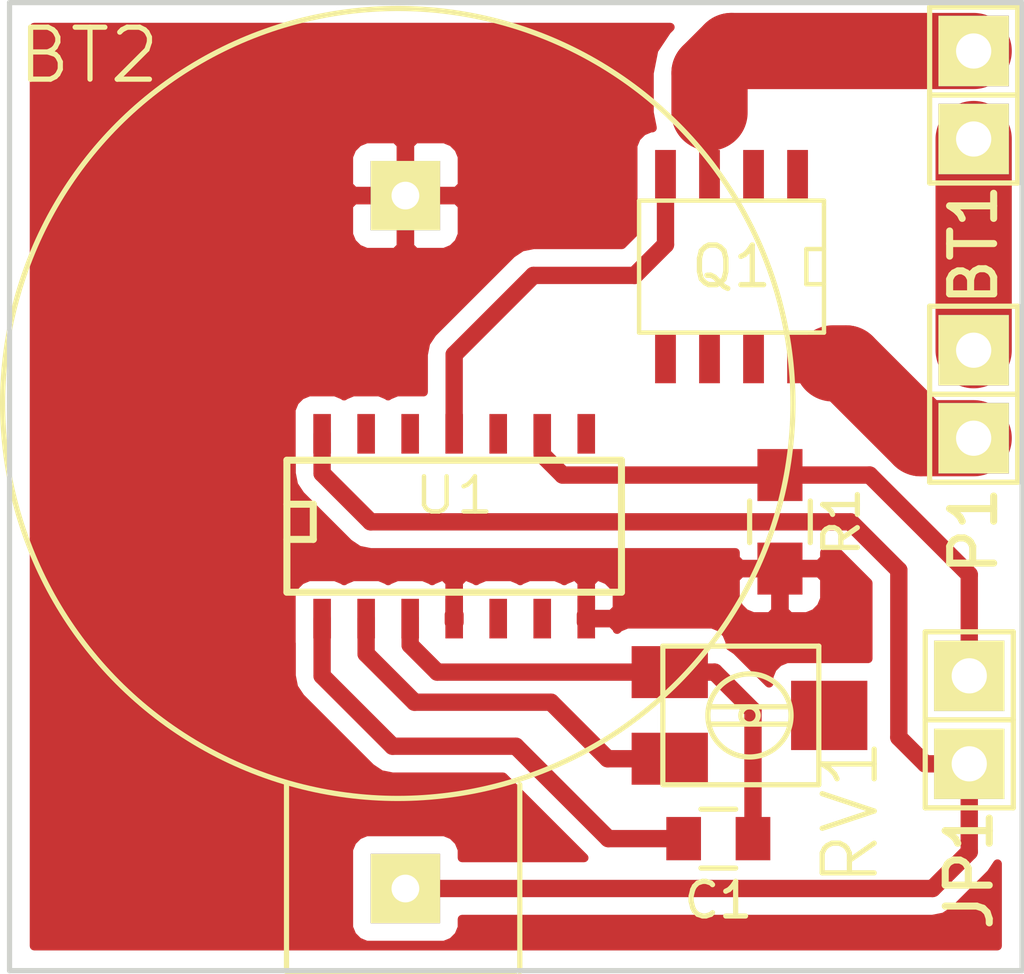
<source format=kicad_pcb>
(kicad_pcb (version 4) (host pcbnew "(2014-09-18 BZR 5141)-product")

  (general
    (links 15)
    (no_connects 0)
    (area 172.190999 79.680999 207.026934 108.309001)
    (thickness 1.6)
    (drawings 4)
    (tracks 47)
    (zones 0)
    (modules 9)
    (nets 11)
  )

  (page A4)
  (layers
    (0 F.Cu signal)
    (31 B.Cu signal)
    (32 B.Adhes user)
    (33 F.Adhes user)
    (34 B.Paste user)
    (35 F.Paste user)
    (36 B.SilkS user)
    (37 F.SilkS user)
    (38 B.Mask user)
    (39 F.Mask user)
    (40 Dwgs.User user)
    (41 Cmts.User user)
    (42 Eco1.User user)
    (43 Eco2.User user)
    (44 Edge.Cuts user)
    (45 Margin user)
    (46 B.CrtYd user)
    (47 F.CrtYd user)
    (48 B.Fab user)
    (49 F.Fab user)
  )

  (setup
    (last_trace_width 2.2)
    (user_trace_width 0.3)
    (user_trace_width 0.5)
    (user_trace_width 2.2)
    (trace_clearance 0.254)
    (zone_clearance 0.508)
    (zone_45_only no)
    (trace_min 0.254)
    (segment_width 0.2)
    (edge_width 0.15)
    (via_size 0.889)
    (via_drill 0.635)
    (via_min_size 0.889)
    (via_min_drill 0.508)
    (uvia_size 0.508)
    (uvia_drill 0.127)
    (uvias_allowed no)
    (uvia_min_size 0.508)
    (uvia_min_drill 0.127)
    (pcb_text_width 0.3)
    (pcb_text_size 1.5 1.5)
    (mod_edge_width 0.15)
    (mod_text_size 1.5 1.5)
    (mod_text_width 0.15)
    (pad_size 2.032 2.032)
    (pad_drill 1.016)
    (pad_to_mask_clearance 0.2)
    (aux_axis_origin 0 0)
    (visible_elements FFFFFF7F)
    (pcbplotparams
      (layerselection 0x01020_00000001)
      (usegerberextensions false)
      (excludeedgelayer true)
      (linewidth 0.100000)
      (plotframeref false)
      (viasonmask false)
      (mode 1)
      (useauxorigin false)
      (hpglpennumber 1)
      (hpglpenspeed 20)
      (hpglpendiameter 15)
      (hpglpenoverlay 2)
      (psnegative false)
      (psa4output false)
      (plotreference true)
      (plotvalue true)
      (plotinvisibletext false)
      (padsonsilk false)
      (subtractmaskfromsilk false)
      (outputformat 1)
      (mirror false)
      (drillshape 0)
      (scaleselection 1)
      (outputdirectory PCB/))
  )

  (net 0 "")
  (net 1 "Net-(BT1-Pad1)")
  (net 2 "Net-(BT1-Pad2)")
  (net 3 GND)
  (net 4 VCC)
  (net 5 "Net-(C1-Pad1)")
  (net 6 "Net-(C1-Pad2)")
  (net 7 "Net-(JP1-Pad2)")
  (net 8 "Net-(P1-Pad2)")
  (net 9 "Net-(Q1-Pad4)")
  (net 10 "Net-(RV1-Pad3)")

  (net_class Default "This is the default net class."
    (clearance 0.254)
    (trace_width 0.254)
    (via_dia 0.889)
    (via_drill 0.635)
    (uvia_dia 0.508)
    (uvia_drill 0.127)
    (add_net GND)
    (add_net "Net-(BT1-Pad1)")
    (add_net "Net-(BT1-Pad2)")
    (add_net "Net-(C1-Pad1)")
    (add_net "Net-(C1-Pad2)")
    (add_net "Net-(JP1-Pad2)")
    (add_net "Net-(P1-Pad2)")
    (add_net "Net-(Q1-Pad4)")
    (add_net "Net-(RV1-Pad3)")
    (add_net VCC)
  )

  (module Pin_Headers:Pin_Header_Straight_1x02 (layer F.Cu) (tedit 541C74F4) (tstamp 541C183A)
    (at 200.533 91.313 270)
    (descr "Through hole pin header")
    (tags "pin header")
    (path /5415E7CD)
    (fp_text reference P1 (at 3.937 0 270) (layer F.SilkS)
      (effects (font (size 1.27 1.27) (thickness 0.2032)))
    )
    (fp_text value CONN_01X02 (at 0 0 270) (layer F.SilkS) hide
      (effects (font (size 1.27 1.27) (thickness 0.2032)))
    )
    (fp_line (start 0 -1.27) (end 0 1.27) (layer F.SilkS) (width 0.15))
    (fp_line (start -2.54 -1.27) (end -2.54 1.27) (layer F.SilkS) (width 0.15))
    (fp_line (start -2.54 1.27) (end 0 1.27) (layer F.SilkS) (width 0.15))
    (fp_line (start 0 1.27) (end 2.54 1.27) (layer F.SilkS) (width 0.15))
    (fp_line (start 2.54 1.27) (end 2.54 -1.27) (layer F.SilkS) (width 0.15))
    (fp_line (start 2.54 -1.27) (end -2.54 -1.27) (layer F.SilkS) (width 0.15))
    (pad 1 thru_hole rect (at -1.27 0 270) (size 2.032 2.032) (drill 1.016) (layers *.Cu *.Mask F.SilkS)
      (net 1 "Net-(BT1-Pad1)"))
    (pad 2 thru_hole rect (at 1.27 0 270) (size 2.032 2.032) (drill 1.016) (layers *.Cu *.Mask F.SilkS)
      (net 8 "Net-(P1-Pad2)"))
    (model Pin_Headers/Pin_Header_Straight_1x02.wrl
      (at (xyz 0 0 0))
      (scale (xyz 1 1 1))
      (rotate (xyz 0 0 0))
    )
  )

  (module Pin_Headers:Pin_Header_Straight_1x02 (layer F.Cu) (tedit 541C74FF) (tstamp 541C1834)
    (at 200.406 100.711 90)
    (descr "Through hole pin header")
    (tags "pin header")
    (path /541AAD78)
    (fp_text reference JP1 (at -4.318 0 90) (layer F.SilkS)
      (effects (font (size 1.27 1.27) (thickness 0.2032)))
    )
    (fp_text value JUMPER (at 0 0 90) (layer F.SilkS) hide
      (effects (font (size 1.27 1.27) (thickness 0.2032)))
    )
    (fp_line (start 0 -1.27) (end 0 1.27) (layer F.SilkS) (width 0.15))
    (fp_line (start -2.54 -1.27) (end -2.54 1.27) (layer F.SilkS) (width 0.15))
    (fp_line (start -2.54 1.27) (end 0 1.27) (layer F.SilkS) (width 0.15))
    (fp_line (start 0 1.27) (end 2.54 1.27) (layer F.SilkS) (width 0.15))
    (fp_line (start 2.54 1.27) (end 2.54 -1.27) (layer F.SilkS) (width 0.15))
    (fp_line (start 2.54 -1.27) (end -2.54 -1.27) (layer F.SilkS) (width 0.15))
    (pad 1 thru_hole rect (at -1.27 0 90) (size 2.032 2.032) (drill 1.016) (layers *.Cu *.Mask F.SilkS)
      (net 4 VCC))
    (pad 2 thru_hole rect (at 1.27 0 90) (size 2.032 2.032) (drill 1.016) (layers *.Cu *.Mask F.SilkS)
      (net 7 "Net-(JP1-Pad2)"))
    (model Pin_Headers/Pin_Header_Straight_1x02.wrl
      (at (xyz 0 0 0))
      (scale (xyz 1 1 1))
      (rotate (xyz 0 0 0))
    )
  )

  (module Pin_Headers:Pin_Header_Straight_1x02 (layer F.Cu) (tedit 541C74D7) (tstamp 541C1822)
    (at 200.533 82.677 90)
    (descr "Through hole pin header")
    (tags "pin header")
    (path /541C1376)
    (fp_text reference BT1 (at -4.318 0 90) (layer F.SilkS)
      (effects (font (size 1.27 1.27) (thickness 0.2032)))
    )
    (fp_text value 3v7 (at 0 0 90) (layer F.SilkS) hide
      (effects (font (size 1.27 1.27) (thickness 0.2032)))
    )
    (fp_line (start 0 -1.27) (end 0 1.27) (layer F.SilkS) (width 0.15))
    (fp_line (start -2.54 -1.27) (end -2.54 1.27) (layer F.SilkS) (width 0.15))
    (fp_line (start -2.54 1.27) (end 0 1.27) (layer F.SilkS) (width 0.15))
    (fp_line (start 0 1.27) (end 2.54 1.27) (layer F.SilkS) (width 0.15))
    (fp_line (start 2.54 1.27) (end 2.54 -1.27) (layer F.SilkS) (width 0.15))
    (fp_line (start 2.54 -1.27) (end -2.54 -1.27) (layer F.SilkS) (width 0.15))
    (pad 1 thru_hole rect (at -1.27 0 90) (size 2.032 2.032) (drill 1.016) (layers *.Cu *.Mask F.SilkS)
      (net 1 "Net-(BT1-Pad1)"))
    (pad 2 thru_hole rect (at 1.27 0 90) (size 2.032 2.032) (drill 1.016) (layers *.Cu *.Mask F.SilkS)
      (net 2 "Net-(BT1-Pad2)"))
    (model Pin_Headers/Pin_Header_Straight_1x02.wrl
      (at (xyz 0 0 0))
      (scale (xyz 1 1 1))
      (rotate (xyz 0 0 0))
    )
  )

  (module "Coin Cell Holder:Coin_Cell_Holder_CH25-2032LF" (layer F.Cu) (tedit 541C74B4) (tstamp 541C1AE2)
    (at 184.15 91.44)
    (path /5415C7F5)
    (fp_text reference BT2 (at -9.144 -9.906) (layer F.SilkS)
      (effects (font (size 1.5 1.5) (thickness 0.15)))
    )
    (fp_text value 3v (at 0 0) (layer F.SilkS) hide
      (effects (font (size 1.5 1.5) (thickness 0.15)))
    )
    (fp_line (start 3.29 11.14) (end 3.29 16.54) (layer F.SilkS) (width 0.15))
    (fp_line (start 3.16 16.54) (end -3.44 16.54) (layer F.SilkS) (width 0.15))
    (fp_line (start -3.44 16.54) (end -3.44 11.14) (layer F.SilkS) (width 0.15))
    (fp_circle (center -0.23 0.14) (end -0.23 11.54) (layer F.SilkS) (width 0.15))
    (pad 2 thru_hole rect (at -0.01 -5.86) (size 2 2) (drill 0.8) (layers *.Cu *.Mask F.SilkS)
      (net 3 GND))
    (pad 1 thru_hole rect (at -0.01 14.14) (size 2 2) (drill 0.8) (layers *.Cu *.Mask F.SilkS)
      (net 4 VCC))
  )

  (module Capacitors_SMD:C_0805 (layer F.Cu) (tedit 541C7D9E) (tstamp 541C182E)
    (at 193.167 104.14)
    (descr "Capacitor SMD 0805, reflow soldering, AVX (see smccp.pdf), AVX (see smccp.pdf)")
    (tags "capacitor 0805")
    (path /541AA8D3)
    (attr smd)
    (fp_text reference C1 (at 0 1.778) (layer F.SilkS)
      (effects (font (size 1 1) (thickness 0.15)))
    )
    (fp_text value 4u7 (at 0 2.1) (layer F.SilkS) hide
      (effects (font (size 1 1) (thickness 0.15)))
    )
    (fp_line (start 0.5 -0.85) (end -0.5 -0.85) (layer F.SilkS) (width 0.15))
    (fp_line (start -0.5 0.85) (end 0.5 0.85) (layer F.SilkS) (width 0.15))
    (pad 1 smd rect (at -1 0) (size 1 1.25) (layers F.Cu F.Paste F.Mask)
      (net 5 "Net-(C1-Pad1)"))
    (pad 2 smd rect (at 1 0) (size 1 1.25) (layers F.Cu F.Paste F.Mask)
      (net 6 "Net-(C1-Pad2)"))
    (model Capacitors_SMD/C_0805N.wrl
      (at (xyz 0 0 0))
      (scale (xyz 1 1 1))
      (rotate (xyz 0 0 0))
    )
  )

  (module SMD_Packages:SOIC-8-W (layer F.Cu) (tedit 541C7DAC) (tstamp 541C1AB4)
    (at 193.548 87.63 180)
    (descr "module SMD SOIC SOJ 8 pins etroit")
    (tags "CMS SOJ")
    (path /541BE029)
    (attr smd)
    (fp_text reference Q1 (at 0 0 180) (layer F.SilkS)
      (effects (font (size 1.143 1.143) (thickness 0.1524)))
    )
    (fp_text value IRF7413ZPBF (at 0 1.016 180) (layer F.SilkS) hide
      (effects (font (size 0.889 0.889) (thickness 0.1524)))
    )
    (fp_line (start -2.667 1.778) (end -2.667 1.905) (layer F.SilkS) (width 0.127))
    (fp_line (start -2.667 1.905) (end 2.667 1.905) (layer F.SilkS) (width 0.127))
    (fp_line (start 2.667 -1.905) (end -2.667 -1.905) (layer F.SilkS) (width 0.127))
    (fp_line (start -2.667 -1.905) (end -2.667 1.778) (layer F.SilkS) (width 0.127))
    (fp_line (start -2.667 -0.508) (end -2.159 -0.508) (layer F.SilkS) (width 0.127))
    (fp_line (start -2.159 -0.508) (end -2.159 0.508) (layer F.SilkS) (width 0.127))
    (fp_line (start -2.159 0.508) (end -2.667 0.508) (layer F.SilkS) (width 0.127))
    (fp_line (start 2.667 -1.905) (end 2.667 1.905) (layer F.SilkS) (width 0.127))
    (pad 8 smd rect (at -1.905 -2.667 180) (size 0.59944 1.39954) (layers F.Cu F.Paste F.Mask)
      (net 8 "Net-(P1-Pad2)"))
    (pad 1 smd rect (at -1.905 2.667 180) (size 0.59944 1.39954) (layers F.Cu F.Paste F.Mask))
    (pad 7 smd rect (at -0.635 -2.667 180) (size 0.59944 1.39954) (layers F.Cu F.Paste F.Mask))
    (pad 6 smd rect (at 0.635 -2.667 180) (size 0.59944 1.39954) (layers F.Cu F.Paste F.Mask))
    (pad 5 smd rect (at 1.905 -2.667 180) (size 0.59944 1.39954) (layers F.Cu F.Paste F.Mask))
    (pad 2 smd rect (at -0.635 2.667 180) (size 0.59944 1.39954) (layers F.Cu F.Paste F.Mask))
    (pad 3 smd rect (at 0.635 2.667 180) (size 0.59944 1.39954) (layers F.Cu F.Paste F.Mask)
      (net 2 "Net-(BT1-Pad2)"))
    (pad 4 smd rect (at 1.905 2.667 180) (size 0.59944 1.39954) (layers F.Cu F.Paste F.Mask)
      (net 9 "Net-(Q1-Pad4)"))
    (model smd/cms_so8.wrl
      (at (xyz 0 0 0))
      (scale (xyz 0.5 0.32 0.5))
      (rotate (xyz 0 0 0))
    )
  )

  (module Resistors_SMD:R_0805_HandSoldering (layer F.Cu) (tedit 541C1DD6) (tstamp 541C184C)
    (at 194.945 94.996 90)
    (descr "Resistor SMD 0805, hand soldering, Vishay (see dcrcw.pdf)")
    (tags "resistor 0805")
    (path /541AACEC)
    (attr smd)
    (fp_text reference R1 (at 0 1.778 90) (layer F.SilkS)
      (effects (font (size 1 1) (thickness 0.15)))
    )
    (fp_text value 10k (at 0 2.1 90) (layer F.SilkS) hide
      (effects (font (size 1 1) (thickness 0.15)))
    )
    (fp_line (start 0.6 0.875) (end -0.6 0.875) (layer F.SilkS) (width 0.15))
    (fp_line (start -0.6 -0.875) (end 0.6 -0.875) (layer F.SilkS) (width 0.15))
    (pad 1 smd rect (at -1.35 0 90) (size 1.5 1.3) (layers F.Cu F.Paste F.Mask)
      (net 3 GND))
    (pad 2 smd rect (at 1.35 0 90) (size 1.5 1.3) (layers F.Cu F.Paste F.Mask)
      (net 7 "Net-(JP1-Pad2)"))
    (model Resistors_SMD/R_0805.wrl
      (at (xyz 0 0 0))
      (scale (xyz 1 1 1))
      (rotate (xyz 0 0 0))
    )
  )

  (module "Koa Trimmer Smd:Koa_Trimmer_Smd_C" (layer F.Cu) (tedit 541C7CCD) (tstamp 541C1853)
    (at 194.056 100.584 270)
    (path /541AA977)
    (fp_text reference RV1 (at 2.794 -2.921 270) (layer F.SilkS)
      (effects (font (size 1.5 1.5) (thickness 0.15)))
    )
    (fp_text value 1k (at -0.03 5.25 270) (layer F.SilkS) hide
      (effects (font (size 1.5 1.5) (thickness 0.15)))
    )
    (fp_circle (center 0 -0.01) (end -0.2 0.14) (layer F.SilkS) (width 0.15))
    (fp_line (start 0.25 -1.15) (end 0.25 1.1) (layer F.SilkS) (width 0.15))
    (fp_line (start -0.25 1.14) (end -0.25 -1.12) (layer F.SilkS) (width 0.15))
    (fp_circle (center 0 -0.01) (end 0 1.19) (layer F.SilkS) (width 0.15))
    (fp_line (start -2 2.49) (end 2 2.49) (layer F.SilkS) (width 0.15))
    (fp_line (start 2 -2.01) (end -2 -2.01) (layer F.SilkS) (width 0.15))
    (fp_line (start -2 -2.01) (end -2 2.49) (layer F.SilkS) (width 0.15))
    (fp_line (start 2 2.48) (end 2 -2.01) (layer F.SilkS) (width 0.15))
    (pad 1 smd rect (at -1.25 2.29 270) (size 1.5 2.2) (layers F.Cu F.Paste F.Mask)
      (net 6 "Net-(C1-Pad2)"))
    (pad 3 smd rect (at 1.25 2.29 270) (size 1.5 2.2) (layers F.Cu F.Paste F.Mask)
      (net 10 "Net-(RV1-Pad3)"))
    (pad 2 smd rect (at 0 -2.31 270) (size 2 2.2) (layers F.Cu F.Paste F.Mask))
  )

  (module SMD_Packages:SOIC-14_W (layer F.Cu) (tedit 541C74AA) (tstamp 541C19EC)
    (at 185.547 94.996)
    (descr "module CMS SOJ 14 pins etroit")
    (tags "CMS SOJ")
    (path /541AA5A9)
    (attr smd)
    (fp_text reference U1 (at 0 -0.762) (layer F.SilkS)
      (effects (font (size 1.016 1.143) (thickness 0.127)))
    )
    (fp_text value 4047 (at 0 1.016) (layer F.SilkS) hide
      (effects (font (size 1.016 1.016) (thickness 0.127)))
    )
    (fp_line (start -4.826 -1.778) (end 4.826 -1.778) (layer F.SilkS) (width 0.2032))
    (fp_line (start 4.826 -1.778) (end 4.826 2.032) (layer F.SilkS) (width 0.2032))
    (fp_line (start 4.826 2.032) (end -4.826 2.032) (layer F.SilkS) (width 0.2032))
    (fp_line (start -4.826 2.032) (end -4.826 -1.778) (layer F.SilkS) (width 0.2032))
    (fp_line (start -4.826 -0.508) (end -4.064 -0.508) (layer F.SilkS) (width 0.2032))
    (fp_line (start -4.064 -0.508) (end -4.064 0.508) (layer F.SilkS) (width 0.2032))
    (fp_line (start -4.064 0.508) (end -4.826 0.508) (layer F.SilkS) (width 0.2032))
    (pad 1 smd rect (at -3.81 2.794) (size 0.508 1.143) (layers F.Cu F.Paste F.Mask)
      (net 5 "Net-(C1-Pad1)"))
    (pad 2 smd rect (at -2.54 2.794) (size 0.508 1.143) (layers F.Cu F.Paste F.Mask)
      (net 10 "Net-(RV1-Pad3)"))
    (pad 3 smd rect (at -1.27 2.794) (size 0.508 1.143) (layers F.Cu F.Paste F.Mask)
      (net 6 "Net-(C1-Pad2)"))
    (pad 4 smd rect (at 0 2.794) (size 0.508 1.143) (layers F.Cu F.Paste F.Mask)
      (net 3 GND))
    (pad 5 smd rect (at 1.27 2.794) (size 0.508 1.143) (layers F.Cu F.Paste F.Mask))
    (pad 6 smd rect (at 2.54 2.794) (size 0.508 1.143) (layers F.Cu F.Paste F.Mask))
    (pad 7 smd rect (at 3.81 2.794) (size 0.508 1.143) (layers F.Cu F.Paste F.Mask)
      (net 3 GND))
    (pad 8 smd rect (at 3.81 -2.54) (size 0.508 1.143) (layers F.Cu F.Paste F.Mask))
    (pad 9 smd rect (at 2.54 -2.54) (size 0.508 1.143) (layers F.Cu F.Paste F.Mask)
      (net 7 "Net-(JP1-Pad2)"))
    (pad 10 smd rect (at 1.27 -2.54) (size 0.508 1.143) (layers F.Cu F.Paste F.Mask))
    (pad 11 smd rect (at 0 -2.54) (size 0.508 1.143) (layers F.Cu F.Paste F.Mask)
      (net 9 "Net-(Q1-Pad4)"))
    (pad 12 smd rect (at -1.27 -2.54) (size 0.508 1.143) (layers F.Cu F.Paste F.Mask))
    (pad 13 smd rect (at -2.54 -2.54) (size 0.508 1.143) (layers F.Cu F.Paste F.Mask))
    (pad 14 smd rect (at -3.81 -2.54) (size 0.508 1.143) (layers F.Cu F.Paste F.Mask)
      (net 4 VCC))
    (model smd/cms_so14.wrl
      (at (xyz 0 0 0))
      (scale (xyz 0.5 0.3 0.5))
      (rotate (xyz 0 0 0))
    )
  )

  (gr_line (start 201.93 107.95) (end 201.93 80.01) (angle 90) (layer Edge.Cuts) (width 0.15))
  (gr_line (start 172.72 107.95) (end 201.93 107.95) (angle 90) (layer Edge.Cuts) (width 0.15))
  (gr_line (start 172.72 80.01) (end 172.72 107.95) (angle 90) (layer Edge.Cuts) (width 0.15))
  (gr_line (start 201.93 80.01) (end 172.72 80.01) (angle 90) (layer Edge.Cuts) (width 0.15))

  (segment (start 200.533 90.043) (end 200.533 83.947) (width 2.2) (layer F.Cu) (net 1) (status 20))
  (segment (start 200.533 81.407) (end 193.548 81.407) (width 2.2) (layer F.Cu) (net 2) (status 400000))
  (segment (start 192.913 82.042) (end 192.913 83.185) (width 2.2) (layer F.Cu) (net 2) (tstamp 541C802D))
  (segment (start 193.548 81.407) (end 192.913 82.042) (width 2.2) (layer F.Cu) (net 2) (tstamp 541C802A))
  (segment (start 192.913 84.963) (end 192.913 83.693) (width 0.5) (layer F.Cu) (net 2))
  (segment (start 181.737 92.456) (end 181.737 93.599) (width 0.5) (layer F.Cu) (net 4))
  (segment (start 199.136 101.981) (end 200.406 101.981) (width 0.5) (layer F.Cu) (net 4) (tstamp 541C7848))
  (segment (start 198.374 101.219) (end 199.136 101.981) (width 0.5) (layer F.Cu) (net 4) (tstamp 541C7844))
  (segment (start 198.374 96.393) (end 198.374 101.219) (width 0.5) (layer F.Cu) (net 4) (tstamp 541C783C))
  (segment (start 196.977 94.996) (end 198.374 96.393) (width 0.5) (layer F.Cu) (net 4) (tstamp 541C7839))
  (segment (start 183.134 94.996) (end 196.977 94.996) (width 0.5) (layer F.Cu) (net 4) (tstamp 541C782F))
  (segment (start 181.737 93.599) (end 183.134 94.996) (width 0.5) (layer F.Cu) (net 4) (tstamp 541C782C))
  (segment (start 184.14 105.58) (end 199.347 105.58) (width 0.5) (layer F.Cu) (net 4))
  (segment (start 200.406 104.521) (end 200.406 101.981) (width 0.5) (layer F.Cu) (net 4) (tstamp 541C7591))
  (segment (start 199.347 105.58) (end 200.406 104.521) (width 0.5) (layer F.Cu) (net 4) (tstamp 541C758D))
  (segment (start 181.737 99.441) (end 183.769 101.473) (width 0.5) (layer F.Cu) (net 5) (tstamp 541C2195))
  (segment (start 183.769 101.473) (end 187.325 101.473) (width 0.5) (layer F.Cu) (net 5) (tstamp 541C2196))
  (segment (start 187.325 101.473) (end 189.992 104.14) (width 0.5) (layer F.Cu) (net 5) (tstamp 541C2199))
  (segment (start 189.992 104.14) (end 192.167 104.14) (width 0.5) (layer F.Cu) (net 5) (tstamp 541C219A))
  (segment (start 181.737 97.79) (end 181.737 99.441) (width 0.5) (layer F.Cu) (net 5))
  (segment (start 184.277 98.552) (end 185.059 99.334) (width 0.5) (layer F.Cu) (net 6) (tstamp 541C20F9))
  (segment (start 185.059 99.334) (end 191.766 99.334) (width 0.5) (layer F.Cu) (net 6) (tstamp 541C20FB))
  (segment (start 184.277 97.79) (end 184.277 98.552) (width 0.5) (layer F.Cu) (net 6))
  (segment (start 194.167 100.441) (end 193.06 99.334) (width 0.5) (layer F.Cu) (net 6) (tstamp 541C21A0))
  (segment (start 193.06 99.334) (end 191.766 99.334) (width 0.5) (layer F.Cu) (net 6) (tstamp 541C21A2))
  (segment (start 194.167 104.14) (end 194.167 100.441) (width 0.5) (layer F.Cu) (net 6))
  (segment (start 194.945 93.646) (end 197.532 93.646) (width 0.5) (layer F.Cu) (net 7))
  (segment (start 200.406 96.52) (end 200.406 99.441) (width 0.5) (layer F.Cu) (net 7) (tstamp 541C7615))
  (segment (start 197.532 93.646) (end 200.406 96.52) (width 0.5) (layer F.Cu) (net 7) (tstamp 541C760D))
  (segment (start 194.945 93.646) (end 188.675 93.646) (width 0.5) (layer F.Cu) (net 7))
  (segment (start 188.087 93.058) (end 188.087 92.456) (width 0.5) (layer F.Cu) (net 7) (tstamp 541C759E))
  (segment (start 188.675 93.646) (end 188.087 93.058) (width 0.5) (layer F.Cu) (net 7) (tstamp 541C7599))
  (segment (start 195.279 93.98) (end 194.945 93.646) (width 0.5) (layer F.Cu) (net 7) (tstamp 541C23A3))
  (segment (start 200.533 92.583) (end 199.009 92.583) (width 2.2) (layer F.Cu) (net 8) (status 10))
  (segment (start 196.85 90.424) (end 196.469 90.424) (width 2.2) (layer F.Cu) (net 8) (tstamp 541C78E7))
  (segment (start 199.009 92.583) (end 196.85 90.424) (width 2.2) (layer F.Cu) (net 8) (tstamp 541C78E4))
  (segment (start 195.453 90.297) (end 196.088 90.297) (width 0.5) (layer F.Cu) (net 8))
  (segment (start 185.547 92.456) (end 185.547 90.17) (width 0.5) (layer F.Cu) (net 9))
  (segment (start 191.643 86.995) (end 191.643 84.963) (width 0.5) (layer F.Cu) (net 9) (tstamp 541C7579))
  (segment (start 190.754 87.884) (end 191.643 86.995) (width 0.5) (layer F.Cu) (net 9) (tstamp 541C7576))
  (segment (start 187.833 87.884) (end 190.754 87.884) (width 0.5) (layer F.Cu) (net 9) (tstamp 541C7573))
  (segment (start 185.547 90.17) (end 187.833 87.884) (width 0.5) (layer F.Cu) (net 9) (tstamp 541C7571))
  (segment (start 183.007 98.806) (end 184.404 100.203) (width 0.5) (layer F.Cu) (net 10) (tstamp 541C20F1))
  (segment (start 184.404 100.203) (end 188.341 100.203) (width 0.5) (layer F.Cu) (net 10) (tstamp 541C20F2))
  (segment (start 188.341 100.203) (end 189.972 101.834) (width 0.5) (layer F.Cu) (net 10) (tstamp 541C20F4))
  (segment (start 189.972 101.834) (end 191.766 101.834) (width 0.5) (layer F.Cu) (net 10) (tstamp 541C20F6))
  (segment (start 183.007 97.79) (end 183.007 98.806) (width 0.5) (layer F.Cu) (net 10))

  (zone (net 3) (net_name GND) (layer F.Cu) (tstamp 541C755C) (hatch edge 0.508)
    (connect_pads (clearance 0.508))
    (min_thickness 0.254)
    (fill yes (arc_segments 16) (thermal_gap 0.508) (thermal_bridge_width 0.508))
    (polygon
      (pts
        (xy 173.228 80.518) (xy 173.228 107.442) (xy 201.422 107.442) (xy 201.422 80.518) (xy 198.12 80.518)
      )
    )
    (filled_polygon
      (pts
        (xy 201.22 107.24) (xy 173.43 107.24) (xy 173.43 80.72) (xy 191.781339 80.72) (xy 191.68617 80.81517)
        (xy 191.310069 81.378044) (xy 191.178 82.042) (xy 191.178 83.185) (xy 191.266163 83.62823) (xy 191.216971 83.62823)
        (xy 190.983582 83.724903) (xy 190.804953 83.903531) (xy 190.70828 84.13692) (xy 190.70828 84.389539) (xy 190.70828 85.789079)
        (xy 190.758 85.909113) (xy 190.758 86.62842) (xy 190.38742 86.999) (xy 187.833005 86.999) (xy 187.833 86.998999)
        (xy 187.494325 87.066367) (xy 187.20721 87.25821) (xy 187.207207 87.258213) (xy 185.775 88.69042) (xy 185.775 86.70631)
        (xy 185.775 86.453691) (xy 185.775 85.86575) (xy 185.775 85.29425) (xy 185.775 84.706309) (xy 185.775 84.45369)
        (xy 185.678327 84.220301) (xy 185.499698 84.041673) (xy 185.266309 83.945) (xy 184.42575 83.945) (xy 184.267 84.10375)
        (xy 184.267 85.453) (xy 185.61625 85.453) (xy 185.775 85.29425) (xy 185.775 85.86575) (xy 185.61625 85.707)
        (xy 184.267 85.707) (xy 184.267 87.05625) (xy 184.42575 87.215) (xy 185.266309 87.215) (xy 185.499698 87.118327)
        (xy 185.678327 86.939699) (xy 185.775 86.70631) (xy 185.775 88.69042) (xy 184.92121 89.54421) (xy 184.729367 89.831325)
        (xy 184.718189 89.887515) (xy 184.661999 90.17) (xy 184.662 90.170005) (xy 184.662 91.251442) (xy 184.65731 91.2495)
        (xy 184.404691 91.2495) (xy 184.013 91.2495) (xy 184.013 87.05625) (xy 184.013 85.707) (xy 184.013 85.453)
        (xy 184.013 84.10375) (xy 183.85425 83.945) (xy 183.013691 83.945) (xy 182.780302 84.041673) (xy 182.601673 84.220301)
        (xy 182.505 84.45369) (xy 182.505 84.706309) (xy 182.505 85.29425) (xy 182.66375 85.453) (xy 184.013 85.453)
        (xy 184.013 85.707) (xy 182.66375 85.707) (xy 182.505 85.86575) (xy 182.505 86.453691) (xy 182.505 86.70631)
        (xy 182.601673 86.939699) (xy 182.780302 87.118327) (xy 183.013691 87.215) (xy 183.85425 87.215) (xy 184.013 87.05625)
        (xy 184.013 91.2495) (xy 183.896691 91.2495) (xy 183.663302 91.346173) (xy 183.642 91.367474) (xy 183.620699 91.346173)
        (xy 183.38731 91.2495) (xy 183.134691 91.2495) (xy 182.626691 91.2495) (xy 182.393302 91.346173) (xy 182.372 91.367474)
        (xy 182.350699 91.346173) (xy 182.11731 91.2495) (xy 181.864691 91.2495) (xy 181.356691 91.2495) (xy 181.123302 91.346173)
        (xy 180.944673 91.524801) (xy 180.848 91.75819) (xy 180.848 92.010809) (xy 180.848 93.153809) (xy 180.852 93.163465)
        (xy 180.852 93.598994) (xy 180.851999 93.599) (xy 180.908189 93.881484) (xy 180.919367 93.937675) (xy 181.11121 94.22479)
        (xy 182.508207 95.621786) (xy 182.50821 95.62179) (xy 182.795325 95.813633) (xy 183.134 95.881) (xy 193.66 95.881)
        (xy 193.66 96.06025) (xy 193.81875 96.219) (xy 194.818 96.219) (xy 194.818 96.199) (xy 195.072 96.199)
        (xy 195.072 96.219) (xy 196.07125 96.219) (xy 196.23 96.06025) (xy 196.23 95.881) (xy 196.61042 95.881)
        (xy 197.489 96.759579) (xy 197.489 98.949) (xy 197.339691 98.949) (xy 196.23 98.949) (xy 196.23 97.222309)
        (xy 196.23 96.63175) (xy 196.07125 96.473) (xy 195.072 96.473) (xy 195.072 97.57225) (xy 195.23075 97.731)
        (xy 195.468691 97.731) (xy 195.72131 97.731) (xy 195.954699 97.634327) (xy 196.133327 97.455698) (xy 196.23 97.222309)
        (xy 196.23 98.949) (xy 195.139691 98.949) (xy 194.906302 99.045673) (xy 194.818 99.133974) (xy 194.818 97.57225)
        (xy 194.818 96.473) (xy 193.81875 96.473) (xy 193.66 96.63175) (xy 193.66 97.222309) (xy 193.756673 97.455698)
        (xy 193.935301 97.634327) (xy 194.16869 97.731) (xy 194.421309 97.731) (xy 194.65925 97.731) (xy 194.818 97.57225)
        (xy 194.818 99.133974) (xy 194.727673 99.224301) (xy 194.631 99.45769) (xy 194.631 99.65342) (xy 193.68579 98.70821)
        (xy 193.501 98.584738) (xy 193.501 98.584737) (xy 193.501 98.457691) (xy 193.404327 98.224302) (xy 193.225699 98.045673)
        (xy 192.99231 97.949) (xy 192.739691 97.949) (xy 190.539691 97.949) (xy 190.306302 98.045673) (xy 190.246 98.105974)
        (xy 190.246 98.07575) (xy 190.246 97.50425) (xy 190.246 97.344809) (xy 190.246 97.09219) (xy 190.149327 96.858801)
        (xy 189.970698 96.680173) (xy 189.737309 96.5835) (xy 189.64275 96.5835) (xy 189.484 96.74225) (xy 189.484 97.663)
        (xy 190.08725 97.663) (xy 190.246 97.50425) (xy 190.246 98.07575) (xy 190.08725 97.917) (xy 189.484 97.917)
        (xy 189.484 97.937) (xy 189.23 97.937) (xy 189.23 97.917) (xy 189.21 97.917) (xy 189.21 97.663)
        (xy 189.23 97.663) (xy 189.23 96.74225) (xy 189.07125 96.5835) (xy 188.976691 96.5835) (xy 188.743302 96.680173)
        (xy 188.722 96.701474) (xy 188.700699 96.680173) (xy 188.46731 96.5835) (xy 188.214691 96.5835) (xy 187.706691 96.5835)
        (xy 187.473302 96.680173) (xy 187.452 96.701474) (xy 187.430699 96.680173) (xy 187.19731 96.5835) (xy 186.944691 96.5835)
        (xy 186.436691 96.5835) (xy 186.203302 96.680173) (xy 186.182 96.701474) (xy 186.160698 96.680173) (xy 185.927309 96.5835)
        (xy 185.83275 96.5835) (xy 185.674 96.74225) (xy 185.674 97.663) (xy 185.694 97.663) (xy 185.694 97.917)
        (xy 185.674 97.917) (xy 185.674 97.937) (xy 185.42 97.937) (xy 185.42 97.917) (xy 185.4 97.917)
        (xy 185.4 97.663) (xy 185.42 97.663) (xy 185.42 96.74225) (xy 185.26125 96.5835) (xy 185.166691 96.5835)
        (xy 184.933302 96.680173) (xy 184.912 96.701474) (xy 184.890699 96.680173) (xy 184.65731 96.5835) (xy 184.404691 96.5835)
        (xy 183.896691 96.5835) (xy 183.663302 96.680173) (xy 183.642 96.701474) (xy 183.620699 96.680173) (xy 183.38731 96.5835)
        (xy 183.134691 96.5835) (xy 182.626691 96.5835) (xy 182.393302 96.680173) (xy 182.372 96.701474) (xy 182.350699 96.680173)
        (xy 182.11731 96.5835) (xy 181.864691 96.5835) (xy 181.356691 96.5835) (xy 181.123302 96.680173) (xy 180.944673 96.858801)
        (xy 180.848 97.09219) (xy 180.848 97.344809) (xy 180.848 98.487809) (xy 180.852 98.497465) (xy 180.852 99.440994)
        (xy 180.851999 99.441) (xy 180.908189 99.723484) (xy 180.919367 99.779675) (xy 181.11121 100.06679) (xy 183.143207 102.098786)
        (xy 183.14321 102.09879) (xy 183.143211 102.09879) (xy 183.430325 102.290633) (xy 183.430326 102.290633) (xy 183.486515 102.30181)
        (xy 183.769 102.358001) (xy 183.769 102.358) (xy 183.769005 102.358) (xy 186.95842 102.358) (xy 189.29542 104.695)
        (xy 185.775 104.695) (xy 185.775 104.453691) (xy 185.678327 104.220302) (xy 185.499699 104.041673) (xy 185.26631 103.945)
        (xy 185.013691 103.945) (xy 183.013691 103.945) (xy 182.780302 104.041673) (xy 182.601673 104.220301) (xy 182.505 104.45369)
        (xy 182.505 104.706309) (xy 182.505 106.706309) (xy 182.601673 106.939698) (xy 182.780301 107.118327) (xy 183.01369 107.215)
        (xy 183.266309 107.215) (xy 185.266309 107.215) (xy 185.499698 107.118327) (xy 185.678327 106.939699) (xy 185.775 106.70631)
        (xy 185.775 106.465) (xy 199.346994 106.465) (xy 199.347 106.465001) (xy 199.347 106.465) (xy 199.629484 106.40881)
        (xy 199.685674 106.397633) (xy 199.685675 106.397633) (xy 199.97279 106.20579) (xy 201.031786 105.146792) (xy 201.031789 105.14679)
        (xy 201.03179 105.14679) (xy 201.22 104.865112) (xy 201.22 107.24)
      )
    )
  )
)

</source>
